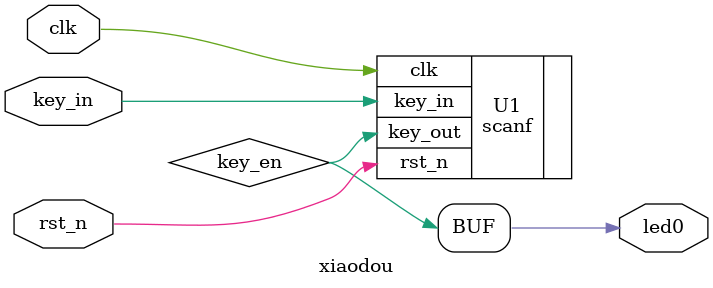
<source format=v>
module xiaodou(
	clk,rst_n,
	key_in,led0
);

input clk;
input rst_n;
input key_in;
output led0;

//Ò»¸ö°´¼ü
wire key_en;
scanf U1(
	.clk(clk),
	.rst_n(rst_n),
	.key_in(key_in),
	.key_out(key_en)

);

assign led0 = key_en;

//¶à¸ö°´¼üscanfAll






endmodule
</source>
